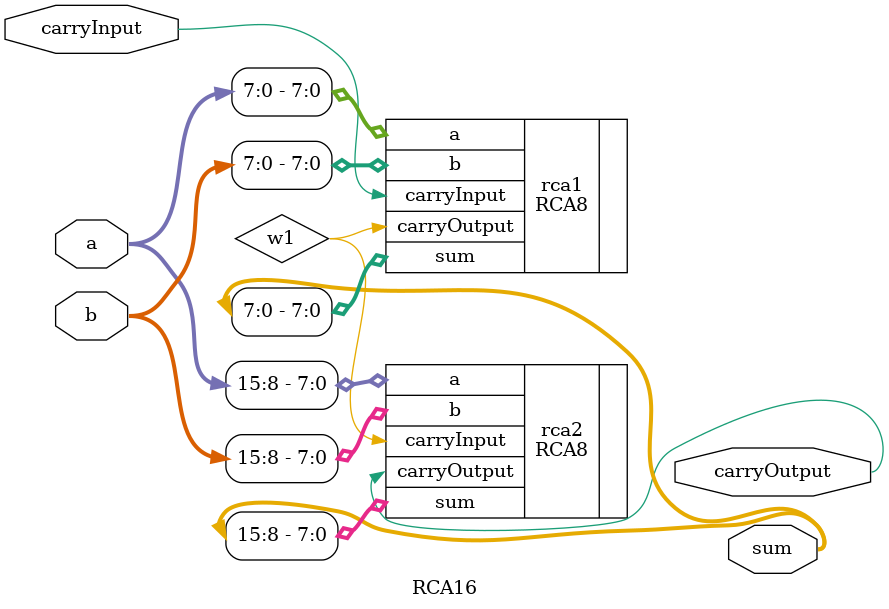
<source format=v>
`timescale 1ns / 1ps

//--------------------------------------------------------------------------------
// Assignment - 3
// Computer Oraganisation and Architecture Lab
// Semester - Autumn 2022-23
// Group No 24
// Yashraj Singh - 20CS10079
// Vikas Vijaykumar Bastewad - 20CS10073
//--------------------------------------------------------------------------------

module RCA16(
    input [15:0] a,
    input [15:0] b,
    input [0:0] carryInput,
    output [15:0] sum,
    output [0:0] carryOutput
    );

	wire [0:0] w1;				//wire of 1 bit length to store intermediate value
	
	// Cascading 2 8-bit Ripple Carry Adders to make a single 16-bit Ripple Carry Adder
	// we store the carry-out of the first 8-bits(leftmost 8 bits) in w and pass it carry-in for the next 8-bits(rightmost 8 bits)
	RCA8 rca1(.a(a[7:0]), .b(b[7:0]), .carryInput(carryInput[0:0]), .sum(sum[7:0]), .carryOutput(w1[0:0]));
	RCA8 rca2(.a(a[15:8]), .b(b[15:8]), .carryInput(w1[0:0]), .sum(sum[15:8]), .carryOutput(carryOutput[0:0]));

endmodule

</source>
